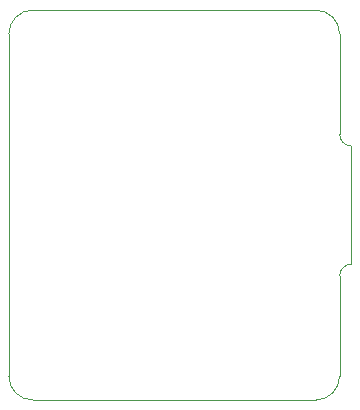
<source format=gm1>
G04 #@! TF.GenerationSoftware,KiCad,Pcbnew,(5.1.8)-1*
G04 #@! TF.CreationDate,2020-12-25T11:22:17+09:00*
G04 #@! TF.ProjectId,bf-023,62662d30-3233-42e6-9b69-6361645f7063,V02L01*
G04 #@! TF.SameCoordinates,Original*
G04 #@! TF.FileFunction,Profile,NP*
%FSLAX46Y46*%
G04 Gerber Fmt 4.6, Leading zero omitted, Abs format (unit mm)*
G04 Created by KiCad (PCBNEW (5.1.8)-1) date 2020-12-25 11:22:17*
%MOMM*%
%LPD*%
G01*
G04 APERTURE LIST*
G04 #@! TA.AperFunction,Profile*
%ADD10C,0.050000*%
G04 #@! TD*
G04 APERTURE END LIST*
D10*
X130000000Y-128000000D02*
G75*
G02*
X128000000Y-126000000I0J2000000D01*
G01*
X156000000Y-126000000D02*
G75*
G02*
X154000000Y-128000000I-2000000J0D01*
G01*
X128000000Y-97000000D02*
G75*
G02*
X130000000Y-95000000I2000000J0D01*
G01*
X154000000Y-95000000D02*
G75*
G02*
X156000000Y-97000000I0J-2000000D01*
G01*
X157000000Y-106500000D02*
G75*
G02*
X156000000Y-105500000I0J1000000D01*
G01*
X156000000Y-117500000D02*
G75*
G02*
X157000000Y-116500000I1000000J0D01*
G01*
X156000000Y-126000000D02*
X156000000Y-117500000D01*
X156000000Y-97000000D02*
X156000000Y-105500000D01*
X128000000Y-126000000D02*
X128000000Y-97000000D01*
X154000000Y-128000000D02*
X130000000Y-128000000D01*
X157000000Y-106500000D02*
X157000000Y-116500000D01*
X130000000Y-95000000D02*
X154000000Y-95000000D01*
M02*

</source>
